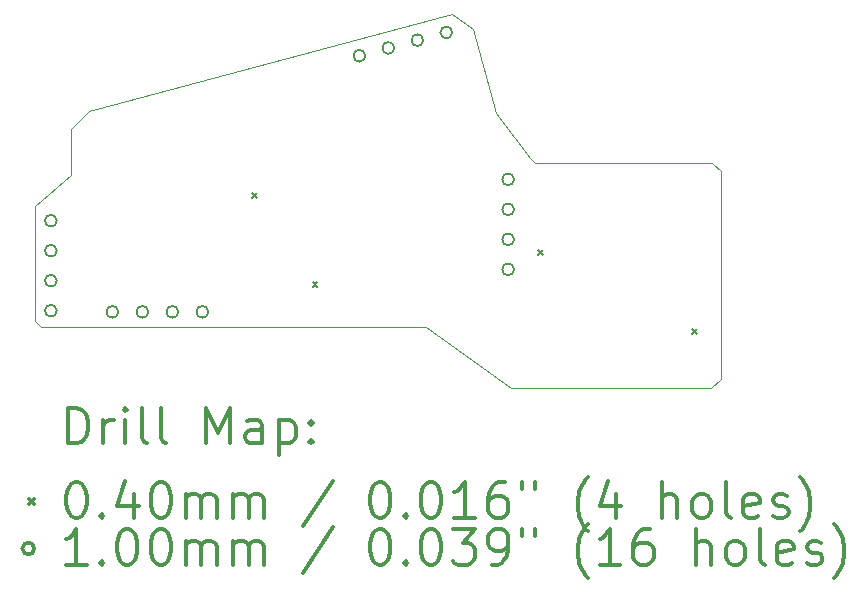
<source format=gbr>
%FSLAX45Y45*%
G04 Gerber Fmt 4.5, Leading zero omitted, Abs format (unit mm)*
G04 Created by KiCad (PCBNEW (5.1.4)-1) date 2023-09-09 05:29:11*
%MOMM*%
%LPD*%
G04 APERTURE LIST*
%ADD10C,0.050000*%
%ADD11C,0.200000*%
%ADD12C,0.300000*%
G04 APERTURE END LIST*
D10*
X-10605000Y-47264000D02*
X-12302000Y-47265000D01*
X-12431256Y-44934786D02*
X-12621861Y-44228217D01*
X-10526000Y-45429000D02*
X-10526000Y-47185000D01*
X-12302000Y-47265000D02*
X-13017000Y-46749000D01*
X-12142385Y-45318131D02*
X-12096000Y-45358000D01*
X-10598000Y-45357000D02*
X-10526000Y-45429000D01*
X-12096000Y-45358000D02*
X-10598000Y-45357000D01*
X-15871856Y-44922338D02*
X-16027680Y-45072437D01*
X-10526000Y-47185000D02*
X-10605000Y-47264000D01*
X-16334471Y-46694053D02*
X-16334081Y-45720850D01*
X-12431256Y-44934786D02*
X-12142385Y-45318131D01*
X-13017000Y-46749000D02*
X-16280145Y-46749530D01*
X-16334081Y-45720850D02*
X-16028862Y-45464556D01*
X-16028862Y-45464556D02*
X-16027680Y-45072437D01*
X-12799158Y-44097619D02*
X-15871856Y-44922338D01*
X-12621861Y-44228217D02*
X-12799158Y-44097619D01*
X-16334471Y-46694053D02*
X-16280145Y-46749530D01*
D11*
X-14493000Y-45612000D02*
X-14453000Y-45652000D01*
X-14453000Y-45612000D02*
X-14493000Y-45652000D01*
X-13979000Y-46371000D02*
X-13939000Y-46411000D01*
X-13939000Y-46371000D02*
X-13979000Y-46411000D01*
X-12071000Y-46096000D02*
X-12031000Y-46136000D01*
X-12031000Y-46096000D02*
X-12071000Y-46136000D01*
X-10769000Y-46768000D02*
X-10729000Y-46808000D01*
X-10729000Y-46768000D02*
X-10769000Y-46808000D01*
X-12274814Y-45497871D02*
G75*
G03X-12274814Y-45497871I-50000J0D01*
G01*
X-12274814Y-45751871D02*
G75*
G03X-12274814Y-45751871I-50000J0D01*
G01*
X-12274814Y-46005871D02*
G75*
G03X-12274814Y-46005871I-50000J0D01*
G01*
X-12274814Y-46259871D02*
G75*
G03X-12274814Y-46259871I-50000J0D01*
G01*
X-15625933Y-46619457D02*
G75*
G03X-15625933Y-46619457I-50000J0D01*
G01*
X-15371933Y-46619457D02*
G75*
G03X-15371933Y-46619457I-50000J0D01*
G01*
X-15117933Y-46619457D02*
G75*
G03X-15117933Y-46619457I-50000J0D01*
G01*
X-14863933Y-46619457D02*
G75*
G03X-14863933Y-46619457I-50000J0D01*
G01*
X-16146662Y-45847789D02*
G75*
G03X-16146662Y-45847789I-50000J0D01*
G01*
X-16146662Y-46101789D02*
G75*
G03X-16146662Y-46101789I-50000J0D01*
G01*
X-16146662Y-46355789D02*
G75*
G03X-16146662Y-46355789I-50000J0D01*
G01*
X-16146662Y-46609789D02*
G75*
G03X-16146662Y-46609789I-50000J0D01*
G01*
X-13534322Y-44451059D02*
G75*
G03X-13534322Y-44451059I-50000J0D01*
G01*
X-13288977Y-44385319D02*
G75*
G03X-13288977Y-44385319I-50000J0D01*
G01*
X-13043632Y-44319579D02*
G75*
G03X-13043632Y-44319579I-50000J0D01*
G01*
X-12798286Y-44253839D02*
G75*
G03X-12798286Y-44253839I-50000J0D01*
G01*
D12*
X-16050543Y-47733214D02*
X-16050543Y-47433214D01*
X-15979114Y-47433214D01*
X-15936257Y-47447500D01*
X-15907685Y-47476071D01*
X-15893400Y-47504643D01*
X-15879114Y-47561786D01*
X-15879114Y-47604643D01*
X-15893400Y-47661786D01*
X-15907685Y-47690357D01*
X-15936257Y-47718929D01*
X-15979114Y-47733214D01*
X-16050543Y-47733214D01*
X-15750543Y-47733214D02*
X-15750543Y-47533214D01*
X-15750543Y-47590357D02*
X-15736257Y-47561786D01*
X-15721971Y-47547500D01*
X-15693400Y-47533214D01*
X-15664828Y-47533214D01*
X-15564828Y-47733214D02*
X-15564828Y-47533214D01*
X-15564828Y-47433214D02*
X-15579114Y-47447500D01*
X-15564828Y-47461786D01*
X-15550543Y-47447500D01*
X-15564828Y-47433214D01*
X-15564828Y-47461786D01*
X-15379114Y-47733214D02*
X-15407685Y-47718929D01*
X-15421971Y-47690357D01*
X-15421971Y-47433214D01*
X-15221971Y-47733214D02*
X-15250543Y-47718929D01*
X-15264828Y-47690357D01*
X-15264828Y-47433214D01*
X-14879114Y-47733214D02*
X-14879114Y-47433214D01*
X-14779114Y-47647500D01*
X-14679114Y-47433214D01*
X-14679114Y-47733214D01*
X-14407685Y-47733214D02*
X-14407685Y-47576071D01*
X-14421971Y-47547500D01*
X-14450543Y-47533214D01*
X-14507685Y-47533214D01*
X-14536257Y-47547500D01*
X-14407685Y-47718929D02*
X-14436257Y-47733214D01*
X-14507685Y-47733214D01*
X-14536257Y-47718929D01*
X-14550543Y-47690357D01*
X-14550543Y-47661786D01*
X-14536257Y-47633214D01*
X-14507685Y-47618929D01*
X-14436257Y-47618929D01*
X-14407685Y-47604643D01*
X-14264828Y-47533214D02*
X-14264828Y-47833214D01*
X-14264828Y-47547500D02*
X-14236257Y-47533214D01*
X-14179114Y-47533214D01*
X-14150543Y-47547500D01*
X-14136257Y-47561786D01*
X-14121971Y-47590357D01*
X-14121971Y-47676071D01*
X-14136257Y-47704643D01*
X-14150543Y-47718929D01*
X-14179114Y-47733214D01*
X-14236257Y-47733214D01*
X-14264828Y-47718929D01*
X-13993400Y-47704643D02*
X-13979114Y-47718929D01*
X-13993400Y-47733214D01*
X-14007685Y-47718929D01*
X-13993400Y-47704643D01*
X-13993400Y-47733214D01*
X-13993400Y-47547500D02*
X-13979114Y-47561786D01*
X-13993400Y-47576071D01*
X-14007685Y-47561786D01*
X-13993400Y-47547500D01*
X-13993400Y-47576071D01*
X-16376971Y-48207500D02*
X-16336971Y-48247500D01*
X-16336971Y-48207500D02*
X-16376971Y-48247500D01*
X-15993400Y-48063214D02*
X-15964828Y-48063214D01*
X-15936257Y-48077500D01*
X-15921971Y-48091786D01*
X-15907685Y-48120357D01*
X-15893400Y-48177500D01*
X-15893400Y-48248929D01*
X-15907685Y-48306071D01*
X-15921971Y-48334643D01*
X-15936257Y-48348929D01*
X-15964828Y-48363214D01*
X-15993400Y-48363214D01*
X-16021971Y-48348929D01*
X-16036257Y-48334643D01*
X-16050543Y-48306071D01*
X-16064828Y-48248929D01*
X-16064828Y-48177500D01*
X-16050543Y-48120357D01*
X-16036257Y-48091786D01*
X-16021971Y-48077500D01*
X-15993400Y-48063214D01*
X-15764828Y-48334643D02*
X-15750543Y-48348929D01*
X-15764828Y-48363214D01*
X-15779114Y-48348929D01*
X-15764828Y-48334643D01*
X-15764828Y-48363214D01*
X-15493400Y-48163214D02*
X-15493400Y-48363214D01*
X-15564828Y-48048929D02*
X-15636257Y-48263214D01*
X-15450543Y-48263214D01*
X-15279114Y-48063214D02*
X-15250543Y-48063214D01*
X-15221971Y-48077500D01*
X-15207685Y-48091786D01*
X-15193400Y-48120357D01*
X-15179114Y-48177500D01*
X-15179114Y-48248929D01*
X-15193400Y-48306071D01*
X-15207685Y-48334643D01*
X-15221971Y-48348929D01*
X-15250543Y-48363214D01*
X-15279114Y-48363214D01*
X-15307685Y-48348929D01*
X-15321971Y-48334643D01*
X-15336257Y-48306071D01*
X-15350543Y-48248929D01*
X-15350543Y-48177500D01*
X-15336257Y-48120357D01*
X-15321971Y-48091786D01*
X-15307685Y-48077500D01*
X-15279114Y-48063214D01*
X-15050543Y-48363214D02*
X-15050543Y-48163214D01*
X-15050543Y-48191786D02*
X-15036257Y-48177500D01*
X-15007685Y-48163214D01*
X-14964828Y-48163214D01*
X-14936257Y-48177500D01*
X-14921971Y-48206071D01*
X-14921971Y-48363214D01*
X-14921971Y-48206071D02*
X-14907685Y-48177500D01*
X-14879114Y-48163214D01*
X-14836257Y-48163214D01*
X-14807685Y-48177500D01*
X-14793400Y-48206071D01*
X-14793400Y-48363214D01*
X-14650543Y-48363214D02*
X-14650543Y-48163214D01*
X-14650543Y-48191786D02*
X-14636257Y-48177500D01*
X-14607685Y-48163214D01*
X-14564828Y-48163214D01*
X-14536257Y-48177500D01*
X-14521971Y-48206071D01*
X-14521971Y-48363214D01*
X-14521971Y-48206071D02*
X-14507685Y-48177500D01*
X-14479114Y-48163214D01*
X-14436257Y-48163214D01*
X-14407685Y-48177500D01*
X-14393400Y-48206071D01*
X-14393400Y-48363214D01*
X-13807685Y-48048929D02*
X-14064828Y-48434643D01*
X-13421971Y-48063214D02*
X-13393400Y-48063214D01*
X-13364828Y-48077500D01*
X-13350543Y-48091786D01*
X-13336257Y-48120357D01*
X-13321971Y-48177500D01*
X-13321971Y-48248929D01*
X-13336257Y-48306071D01*
X-13350543Y-48334643D01*
X-13364828Y-48348929D01*
X-13393400Y-48363214D01*
X-13421971Y-48363214D01*
X-13450543Y-48348929D01*
X-13464828Y-48334643D01*
X-13479114Y-48306071D01*
X-13493400Y-48248929D01*
X-13493400Y-48177500D01*
X-13479114Y-48120357D01*
X-13464828Y-48091786D01*
X-13450543Y-48077500D01*
X-13421971Y-48063214D01*
X-13193400Y-48334643D02*
X-13179114Y-48348929D01*
X-13193400Y-48363214D01*
X-13207685Y-48348929D01*
X-13193400Y-48334643D01*
X-13193400Y-48363214D01*
X-12993400Y-48063214D02*
X-12964828Y-48063214D01*
X-12936257Y-48077500D01*
X-12921971Y-48091786D01*
X-12907685Y-48120357D01*
X-12893400Y-48177500D01*
X-12893400Y-48248929D01*
X-12907685Y-48306071D01*
X-12921971Y-48334643D01*
X-12936257Y-48348929D01*
X-12964828Y-48363214D01*
X-12993400Y-48363214D01*
X-13021971Y-48348929D01*
X-13036257Y-48334643D01*
X-13050543Y-48306071D01*
X-13064828Y-48248929D01*
X-13064828Y-48177500D01*
X-13050543Y-48120357D01*
X-13036257Y-48091786D01*
X-13021971Y-48077500D01*
X-12993400Y-48063214D01*
X-12607685Y-48363214D02*
X-12779114Y-48363214D01*
X-12693400Y-48363214D02*
X-12693400Y-48063214D01*
X-12721971Y-48106071D01*
X-12750543Y-48134643D01*
X-12779114Y-48148929D01*
X-12350543Y-48063214D02*
X-12407685Y-48063214D01*
X-12436257Y-48077500D01*
X-12450543Y-48091786D01*
X-12479114Y-48134643D01*
X-12493400Y-48191786D01*
X-12493400Y-48306071D01*
X-12479114Y-48334643D01*
X-12464828Y-48348929D01*
X-12436257Y-48363214D01*
X-12379114Y-48363214D01*
X-12350543Y-48348929D01*
X-12336257Y-48334643D01*
X-12321971Y-48306071D01*
X-12321971Y-48234643D01*
X-12336257Y-48206071D01*
X-12350543Y-48191786D01*
X-12379114Y-48177500D01*
X-12436257Y-48177500D01*
X-12464828Y-48191786D01*
X-12479114Y-48206071D01*
X-12493400Y-48234643D01*
X-12207685Y-48063214D02*
X-12207685Y-48120357D01*
X-12093400Y-48063214D02*
X-12093400Y-48120357D01*
X-11650543Y-48477500D02*
X-11664828Y-48463214D01*
X-11693400Y-48420357D01*
X-11707685Y-48391786D01*
X-11721971Y-48348929D01*
X-11736257Y-48277500D01*
X-11736257Y-48220357D01*
X-11721971Y-48148929D01*
X-11707685Y-48106071D01*
X-11693400Y-48077500D01*
X-11664828Y-48034643D01*
X-11650543Y-48020357D01*
X-11407685Y-48163214D02*
X-11407685Y-48363214D01*
X-11479114Y-48048929D02*
X-11550543Y-48263214D01*
X-11364828Y-48263214D01*
X-11021971Y-48363214D02*
X-11021971Y-48063214D01*
X-10893400Y-48363214D02*
X-10893400Y-48206071D01*
X-10907686Y-48177500D01*
X-10936257Y-48163214D01*
X-10979114Y-48163214D01*
X-11007686Y-48177500D01*
X-11021971Y-48191786D01*
X-10707686Y-48363214D02*
X-10736257Y-48348929D01*
X-10750543Y-48334643D01*
X-10764828Y-48306071D01*
X-10764828Y-48220357D01*
X-10750543Y-48191786D01*
X-10736257Y-48177500D01*
X-10707686Y-48163214D01*
X-10664828Y-48163214D01*
X-10636257Y-48177500D01*
X-10621971Y-48191786D01*
X-10607686Y-48220357D01*
X-10607686Y-48306071D01*
X-10621971Y-48334643D01*
X-10636257Y-48348929D01*
X-10664828Y-48363214D01*
X-10707686Y-48363214D01*
X-10436257Y-48363214D02*
X-10464828Y-48348929D01*
X-10479114Y-48320357D01*
X-10479114Y-48063214D01*
X-10207686Y-48348929D02*
X-10236257Y-48363214D01*
X-10293400Y-48363214D01*
X-10321971Y-48348929D01*
X-10336257Y-48320357D01*
X-10336257Y-48206071D01*
X-10321971Y-48177500D01*
X-10293400Y-48163214D01*
X-10236257Y-48163214D01*
X-10207686Y-48177500D01*
X-10193400Y-48206071D01*
X-10193400Y-48234643D01*
X-10336257Y-48263214D01*
X-10079114Y-48348929D02*
X-10050543Y-48363214D01*
X-9993400Y-48363214D01*
X-9964828Y-48348929D01*
X-9950543Y-48320357D01*
X-9950543Y-48306071D01*
X-9964828Y-48277500D01*
X-9993400Y-48263214D01*
X-10036257Y-48263214D01*
X-10064828Y-48248929D01*
X-10079114Y-48220357D01*
X-10079114Y-48206071D01*
X-10064828Y-48177500D01*
X-10036257Y-48163214D01*
X-9993400Y-48163214D01*
X-9964828Y-48177500D01*
X-9850543Y-48477500D02*
X-9836257Y-48463214D01*
X-9807686Y-48420357D01*
X-9793400Y-48391786D01*
X-9779114Y-48348929D01*
X-9764828Y-48277500D01*
X-9764828Y-48220357D01*
X-9779114Y-48148929D01*
X-9793400Y-48106071D01*
X-9807686Y-48077500D01*
X-9836257Y-48034643D01*
X-9850543Y-48020357D01*
X-16336971Y-48623500D02*
G75*
G03X-16336971Y-48623500I-50000J0D01*
G01*
X-15893400Y-48759214D02*
X-16064828Y-48759214D01*
X-15979114Y-48759214D02*
X-15979114Y-48459214D01*
X-16007685Y-48502071D01*
X-16036257Y-48530643D01*
X-16064828Y-48544929D01*
X-15764828Y-48730643D02*
X-15750543Y-48744929D01*
X-15764828Y-48759214D01*
X-15779114Y-48744929D01*
X-15764828Y-48730643D01*
X-15764828Y-48759214D01*
X-15564828Y-48459214D02*
X-15536257Y-48459214D01*
X-15507685Y-48473500D01*
X-15493400Y-48487786D01*
X-15479114Y-48516357D01*
X-15464828Y-48573500D01*
X-15464828Y-48644929D01*
X-15479114Y-48702071D01*
X-15493400Y-48730643D01*
X-15507685Y-48744929D01*
X-15536257Y-48759214D01*
X-15564828Y-48759214D01*
X-15593400Y-48744929D01*
X-15607685Y-48730643D01*
X-15621971Y-48702071D01*
X-15636257Y-48644929D01*
X-15636257Y-48573500D01*
X-15621971Y-48516357D01*
X-15607685Y-48487786D01*
X-15593400Y-48473500D01*
X-15564828Y-48459214D01*
X-15279114Y-48459214D02*
X-15250543Y-48459214D01*
X-15221971Y-48473500D01*
X-15207685Y-48487786D01*
X-15193400Y-48516357D01*
X-15179114Y-48573500D01*
X-15179114Y-48644929D01*
X-15193400Y-48702071D01*
X-15207685Y-48730643D01*
X-15221971Y-48744929D01*
X-15250543Y-48759214D01*
X-15279114Y-48759214D01*
X-15307685Y-48744929D01*
X-15321971Y-48730643D01*
X-15336257Y-48702071D01*
X-15350543Y-48644929D01*
X-15350543Y-48573500D01*
X-15336257Y-48516357D01*
X-15321971Y-48487786D01*
X-15307685Y-48473500D01*
X-15279114Y-48459214D01*
X-15050543Y-48759214D02*
X-15050543Y-48559214D01*
X-15050543Y-48587786D02*
X-15036257Y-48573500D01*
X-15007685Y-48559214D01*
X-14964828Y-48559214D01*
X-14936257Y-48573500D01*
X-14921971Y-48602071D01*
X-14921971Y-48759214D01*
X-14921971Y-48602071D02*
X-14907685Y-48573500D01*
X-14879114Y-48559214D01*
X-14836257Y-48559214D01*
X-14807685Y-48573500D01*
X-14793400Y-48602071D01*
X-14793400Y-48759214D01*
X-14650543Y-48759214D02*
X-14650543Y-48559214D01*
X-14650543Y-48587786D02*
X-14636257Y-48573500D01*
X-14607685Y-48559214D01*
X-14564828Y-48559214D01*
X-14536257Y-48573500D01*
X-14521971Y-48602071D01*
X-14521971Y-48759214D01*
X-14521971Y-48602071D02*
X-14507685Y-48573500D01*
X-14479114Y-48559214D01*
X-14436257Y-48559214D01*
X-14407685Y-48573500D01*
X-14393400Y-48602071D01*
X-14393400Y-48759214D01*
X-13807685Y-48444929D02*
X-14064828Y-48830643D01*
X-13421971Y-48459214D02*
X-13393400Y-48459214D01*
X-13364828Y-48473500D01*
X-13350543Y-48487786D01*
X-13336257Y-48516357D01*
X-13321971Y-48573500D01*
X-13321971Y-48644929D01*
X-13336257Y-48702071D01*
X-13350543Y-48730643D01*
X-13364828Y-48744929D01*
X-13393400Y-48759214D01*
X-13421971Y-48759214D01*
X-13450543Y-48744929D01*
X-13464828Y-48730643D01*
X-13479114Y-48702071D01*
X-13493400Y-48644929D01*
X-13493400Y-48573500D01*
X-13479114Y-48516357D01*
X-13464828Y-48487786D01*
X-13450543Y-48473500D01*
X-13421971Y-48459214D01*
X-13193400Y-48730643D02*
X-13179114Y-48744929D01*
X-13193400Y-48759214D01*
X-13207685Y-48744929D01*
X-13193400Y-48730643D01*
X-13193400Y-48759214D01*
X-12993400Y-48459214D02*
X-12964828Y-48459214D01*
X-12936257Y-48473500D01*
X-12921971Y-48487786D01*
X-12907685Y-48516357D01*
X-12893400Y-48573500D01*
X-12893400Y-48644929D01*
X-12907685Y-48702071D01*
X-12921971Y-48730643D01*
X-12936257Y-48744929D01*
X-12964828Y-48759214D01*
X-12993400Y-48759214D01*
X-13021971Y-48744929D01*
X-13036257Y-48730643D01*
X-13050543Y-48702071D01*
X-13064828Y-48644929D01*
X-13064828Y-48573500D01*
X-13050543Y-48516357D01*
X-13036257Y-48487786D01*
X-13021971Y-48473500D01*
X-12993400Y-48459214D01*
X-12793400Y-48459214D02*
X-12607685Y-48459214D01*
X-12707685Y-48573500D01*
X-12664828Y-48573500D01*
X-12636257Y-48587786D01*
X-12621971Y-48602071D01*
X-12607685Y-48630643D01*
X-12607685Y-48702071D01*
X-12621971Y-48730643D01*
X-12636257Y-48744929D01*
X-12664828Y-48759214D01*
X-12750543Y-48759214D01*
X-12779114Y-48744929D01*
X-12793400Y-48730643D01*
X-12464828Y-48759214D02*
X-12407685Y-48759214D01*
X-12379114Y-48744929D01*
X-12364828Y-48730643D01*
X-12336257Y-48687786D01*
X-12321971Y-48630643D01*
X-12321971Y-48516357D01*
X-12336257Y-48487786D01*
X-12350543Y-48473500D01*
X-12379114Y-48459214D01*
X-12436257Y-48459214D01*
X-12464828Y-48473500D01*
X-12479114Y-48487786D01*
X-12493400Y-48516357D01*
X-12493400Y-48587786D01*
X-12479114Y-48616357D01*
X-12464828Y-48630643D01*
X-12436257Y-48644929D01*
X-12379114Y-48644929D01*
X-12350543Y-48630643D01*
X-12336257Y-48616357D01*
X-12321971Y-48587786D01*
X-12207685Y-48459214D02*
X-12207685Y-48516357D01*
X-12093400Y-48459214D02*
X-12093400Y-48516357D01*
X-11650543Y-48873500D02*
X-11664828Y-48859214D01*
X-11693400Y-48816357D01*
X-11707685Y-48787786D01*
X-11721971Y-48744929D01*
X-11736257Y-48673500D01*
X-11736257Y-48616357D01*
X-11721971Y-48544929D01*
X-11707685Y-48502071D01*
X-11693400Y-48473500D01*
X-11664828Y-48430643D01*
X-11650543Y-48416357D01*
X-11379114Y-48759214D02*
X-11550543Y-48759214D01*
X-11464828Y-48759214D02*
X-11464828Y-48459214D01*
X-11493400Y-48502071D01*
X-11521971Y-48530643D01*
X-11550543Y-48544929D01*
X-11121971Y-48459214D02*
X-11179114Y-48459214D01*
X-11207685Y-48473500D01*
X-11221971Y-48487786D01*
X-11250543Y-48530643D01*
X-11264828Y-48587786D01*
X-11264828Y-48702071D01*
X-11250543Y-48730643D01*
X-11236257Y-48744929D01*
X-11207685Y-48759214D01*
X-11150543Y-48759214D01*
X-11121971Y-48744929D01*
X-11107686Y-48730643D01*
X-11093400Y-48702071D01*
X-11093400Y-48630643D01*
X-11107686Y-48602071D01*
X-11121971Y-48587786D01*
X-11150543Y-48573500D01*
X-11207685Y-48573500D01*
X-11236257Y-48587786D01*
X-11250543Y-48602071D01*
X-11264828Y-48630643D01*
X-10736257Y-48759214D02*
X-10736257Y-48459214D01*
X-10607686Y-48759214D02*
X-10607686Y-48602071D01*
X-10621971Y-48573500D01*
X-10650543Y-48559214D01*
X-10693400Y-48559214D01*
X-10721971Y-48573500D01*
X-10736257Y-48587786D01*
X-10421971Y-48759214D02*
X-10450543Y-48744929D01*
X-10464828Y-48730643D01*
X-10479114Y-48702071D01*
X-10479114Y-48616357D01*
X-10464828Y-48587786D01*
X-10450543Y-48573500D01*
X-10421971Y-48559214D01*
X-10379114Y-48559214D01*
X-10350543Y-48573500D01*
X-10336257Y-48587786D01*
X-10321971Y-48616357D01*
X-10321971Y-48702071D01*
X-10336257Y-48730643D01*
X-10350543Y-48744929D01*
X-10379114Y-48759214D01*
X-10421971Y-48759214D01*
X-10150543Y-48759214D02*
X-10179114Y-48744929D01*
X-10193400Y-48716357D01*
X-10193400Y-48459214D01*
X-9921971Y-48744929D02*
X-9950543Y-48759214D01*
X-10007686Y-48759214D01*
X-10036257Y-48744929D01*
X-10050543Y-48716357D01*
X-10050543Y-48602071D01*
X-10036257Y-48573500D01*
X-10007686Y-48559214D01*
X-9950543Y-48559214D01*
X-9921971Y-48573500D01*
X-9907686Y-48602071D01*
X-9907686Y-48630643D01*
X-10050543Y-48659214D01*
X-9793400Y-48744929D02*
X-9764828Y-48759214D01*
X-9707686Y-48759214D01*
X-9679114Y-48744929D01*
X-9664828Y-48716357D01*
X-9664828Y-48702071D01*
X-9679114Y-48673500D01*
X-9707686Y-48659214D01*
X-9750543Y-48659214D01*
X-9779114Y-48644929D01*
X-9793400Y-48616357D01*
X-9793400Y-48602071D01*
X-9779114Y-48573500D01*
X-9750543Y-48559214D01*
X-9707686Y-48559214D01*
X-9679114Y-48573500D01*
X-9564828Y-48873500D02*
X-9550543Y-48859214D01*
X-9521971Y-48816357D01*
X-9507686Y-48787786D01*
X-9493400Y-48744929D01*
X-9479114Y-48673500D01*
X-9479114Y-48616357D01*
X-9493400Y-48544929D01*
X-9507686Y-48502071D01*
X-9521971Y-48473500D01*
X-9550543Y-48430643D01*
X-9564828Y-48416357D01*
M02*

</source>
